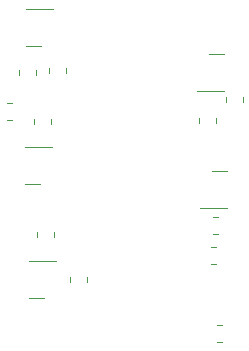
<source format=gbr>
%TF.GenerationSoftware,KiCad,Pcbnew,6.0.10-86aedd382b~118~ubuntu22.10.1*%
%TF.CreationDate,2023-02-01T22:33:22-08:00*%
%TF.ProjectId,lightBoard,6c696768-7442-46f6-9172-642e6b696361,rev?*%
%TF.SameCoordinates,Original*%
%TF.FileFunction,Legend,Bot*%
%TF.FilePolarity,Positive*%
%FSLAX46Y46*%
G04 Gerber Fmt 4.6, Leading zero omitted, Abs format (unit mm)*
G04 Created by KiCad (PCBNEW 6.0.10-86aedd382b~118~ubuntu22.10.1) date 2023-02-01 22:33:22*
%MOMM*%
%LPD*%
G01*
G04 APERTURE LIST*
%ADD10C,0.120000*%
G04 APERTURE END LIST*
D10*
%TO.C,R12*%
X123163000Y-46963064D02*
X123163000Y-46508936D01*
X121693000Y-46963064D02*
X121693000Y-46508936D01*
%TO.C,R11*%
X127481000Y-64489064D02*
X127481000Y-64034936D01*
X126011000Y-64489064D02*
X126011000Y-64034936D01*
%TO.C,R10*%
X120676936Y-50773000D02*
X121131064Y-50773000D01*
X120676936Y-49303000D02*
X121131064Y-49303000D01*
%TO.C,R9*%
X124233000Y-46812564D02*
X124233000Y-46358436D01*
X125703000Y-46812564D02*
X125703000Y-46358436D01*
%TO.C,R8*%
X123217000Y-60224936D02*
X123217000Y-60679064D01*
X124687000Y-60224936D02*
X124687000Y-60679064D01*
%TO.C,R7*%
X122963000Y-50676436D02*
X122963000Y-51130564D01*
X124433000Y-50676436D02*
X124433000Y-51130564D01*
%TO.C,R5*%
X139219000Y-48794936D02*
X139219000Y-49249064D01*
X140689000Y-48794936D02*
X140689000Y-49249064D01*
%TO.C,R4*%
X137948936Y-62965000D02*
X138403064Y-62965000D01*
X137948936Y-61495000D02*
X138403064Y-61495000D01*
%TO.C,R3*%
X138911064Y-69569000D02*
X138456936Y-69569000D01*
X138911064Y-68099000D02*
X138456936Y-68099000D01*
%TO.C,R2*%
X138403000Y-51027064D02*
X138403000Y-50572936D01*
X136933000Y-51027064D02*
X136933000Y-50572936D01*
%TO.C,R1*%
X138139936Y-60473000D02*
X138594064Y-60473000D01*
X138139936Y-59003000D02*
X138594064Y-59003000D01*
%TO.C,Q6*%
X122936000Y-44486000D02*
X123586000Y-44486000D01*
X122936000Y-41366000D02*
X124611000Y-41366000D01*
X122936000Y-44486000D02*
X122286000Y-44486000D01*
X122936000Y-41366000D02*
X122286000Y-41366000D01*
%TO.C,Q5*%
X123190000Y-62702000D02*
X122540000Y-62702000D01*
X123190000Y-65822000D02*
X122540000Y-65822000D01*
X123190000Y-62702000D02*
X124865000Y-62702000D01*
X123190000Y-65822000D02*
X123840000Y-65822000D01*
%TO.C,Q4*%
X122857500Y-53050000D02*
X122207500Y-53050000D01*
X122857500Y-56170000D02*
X122207500Y-56170000D01*
X122857500Y-53050000D02*
X124532500Y-53050000D01*
X122857500Y-56170000D02*
X123507500Y-56170000D01*
%TO.C,Q2*%
X138430000Y-45176000D02*
X137780000Y-45176000D01*
X138430000Y-48296000D02*
X136755000Y-48296000D01*
X138430000Y-45176000D02*
X139080000Y-45176000D01*
X138430000Y-48296000D02*
X139080000Y-48296000D01*
%TO.C,Q1*%
X138682000Y-58202000D02*
X139332000Y-58202000D01*
X138682000Y-55082000D02*
X139332000Y-55082000D01*
X138682000Y-58202000D02*
X137007000Y-58202000D01*
X138682000Y-55082000D02*
X138032000Y-55082000D01*
%TD*%
M02*

</source>
